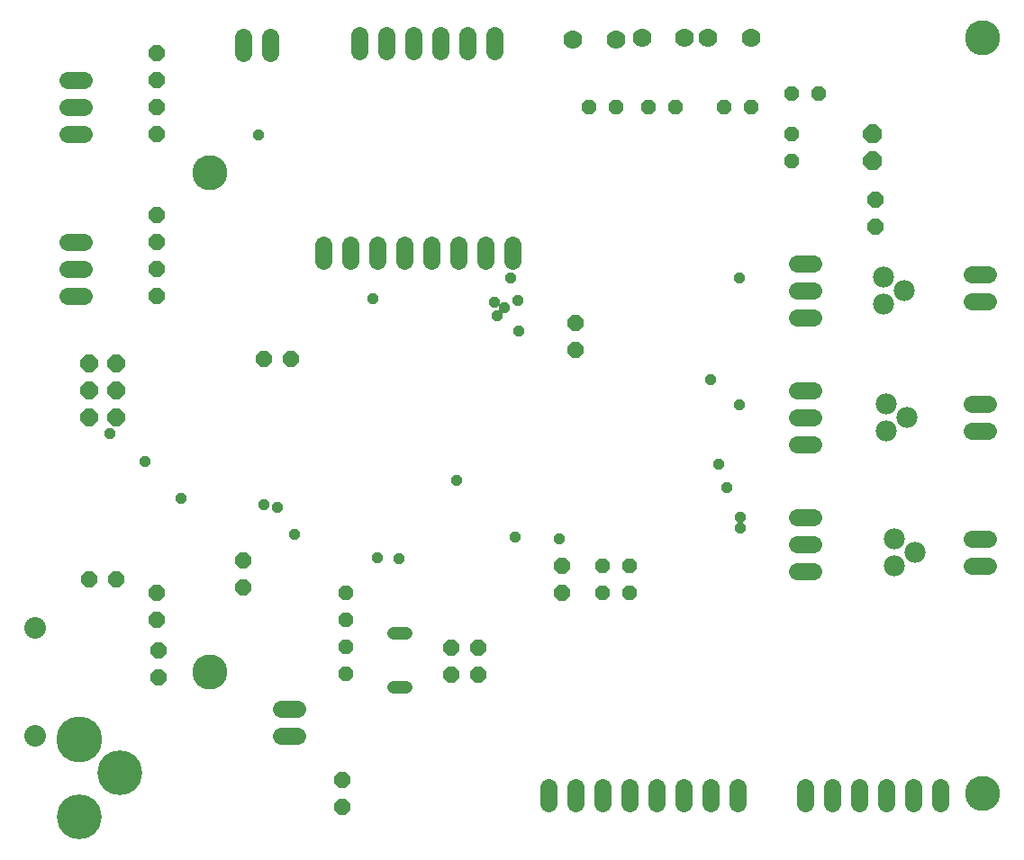
<source format=gbs>
G75*
%MOIN*%
%OFA0B0*%
%FSLAX25Y25*%
%IPPOS*%
%LPD*%
%AMOC8*
5,1,8,0,0,1.08239X$1,22.5*
%
%ADD10C,0.12998*%
%ADD11C,0.06400*%
%ADD12OC8,0.06000*%
%ADD13C,0.08000*%
%ADD14OC8,0.07000*%
%ADD15OC8,0.06400*%
%ADD16C,0.04800*%
%ADD17C,0.07800*%
%ADD18OC8,0.05600*%
%ADD19C,0.07000*%
%ADD20C,0.16998*%
%ADD21C,0.16600*%
%ADD22OC8,0.03778*%
D10*
X0083112Y0084503D03*
X0083112Y0269503D03*
X0369112Y0319503D03*
X0369112Y0039503D03*
D11*
X0353612Y0042003D02*
X0353612Y0036003D01*
X0343612Y0036003D02*
X0343612Y0042003D01*
X0333612Y0042003D02*
X0333612Y0036003D01*
X0323612Y0036003D02*
X0323612Y0042003D01*
X0313612Y0042003D02*
X0313612Y0036003D01*
X0303612Y0036003D02*
X0303612Y0042003D01*
X0278612Y0042003D02*
X0278612Y0036003D01*
X0268612Y0036003D02*
X0268612Y0042003D01*
X0258612Y0042003D02*
X0258612Y0036003D01*
X0248612Y0036003D02*
X0248612Y0042003D01*
X0238612Y0042003D02*
X0238612Y0036003D01*
X0228612Y0036003D02*
X0228612Y0042003D01*
X0218612Y0042003D02*
X0218612Y0036003D01*
X0208612Y0036003D02*
X0208612Y0042003D01*
X0115612Y0061003D02*
X0109612Y0061003D01*
X0109612Y0071003D02*
X0115612Y0071003D01*
X0036612Y0224003D02*
X0030612Y0224003D01*
X0030612Y0234003D02*
X0036612Y0234003D01*
X0036612Y0244003D02*
X0030612Y0244003D01*
X0030612Y0284003D02*
X0036612Y0284003D01*
X0036612Y0294003D02*
X0030612Y0294003D01*
X0030612Y0304003D02*
X0036612Y0304003D01*
X0095612Y0314003D02*
X0095612Y0320003D01*
X0105612Y0320003D02*
X0105612Y0314003D01*
X0138612Y0314503D02*
X0138612Y0320503D01*
X0148612Y0320503D02*
X0148612Y0314503D01*
X0158612Y0314503D02*
X0158612Y0320503D01*
X0168612Y0320503D02*
X0168612Y0314503D01*
X0178612Y0314503D02*
X0178612Y0320503D01*
X0188612Y0320503D02*
X0188612Y0314503D01*
X0185112Y0243003D02*
X0185112Y0237003D01*
X0195112Y0237003D02*
X0195112Y0243003D01*
X0175112Y0243003D02*
X0175112Y0237003D01*
X0165112Y0237003D02*
X0165112Y0243003D01*
X0155112Y0243003D02*
X0155112Y0237003D01*
X0145112Y0237003D02*
X0145112Y0243003D01*
X0135112Y0243003D02*
X0135112Y0237003D01*
X0125112Y0237003D02*
X0125112Y0243003D01*
X0300612Y0236003D02*
X0306612Y0236003D01*
X0306612Y0226003D02*
X0300612Y0226003D01*
X0300612Y0216003D02*
X0306612Y0216003D01*
X0306612Y0189003D02*
X0300612Y0189003D01*
X0300612Y0179003D02*
X0306612Y0179003D01*
X0306612Y0169003D02*
X0300612Y0169003D01*
X0300612Y0142003D02*
X0306612Y0142003D01*
X0306612Y0132003D02*
X0300612Y0132003D01*
X0300612Y0122003D02*
X0306612Y0122003D01*
X0365112Y0124003D02*
X0371112Y0124003D01*
X0371112Y0134003D02*
X0365112Y0134003D01*
X0365112Y0174003D02*
X0371112Y0174003D01*
X0371112Y0184003D02*
X0365112Y0184003D01*
X0365112Y0222003D02*
X0371112Y0222003D01*
X0371112Y0232003D02*
X0365112Y0232003D01*
D12*
X0329612Y0249503D03*
X0329612Y0259503D03*
X0218612Y0214003D03*
X0218612Y0204003D03*
X0213612Y0124003D03*
X0213612Y0114003D03*
X0182612Y0093503D03*
X0172612Y0093503D03*
X0172612Y0083503D03*
X0182612Y0083503D03*
X0132112Y0044503D03*
X0132112Y0034503D03*
X0064112Y0082503D03*
X0064112Y0092503D03*
X0063612Y0104003D03*
X0063612Y0114003D03*
X0048612Y0119003D03*
X0038612Y0119003D03*
X0095612Y0116003D03*
X0095612Y0126003D03*
X0103112Y0200503D03*
X0113112Y0200503D03*
X0063612Y0224003D03*
X0063612Y0234003D03*
X0063612Y0244003D03*
X0063612Y0254003D03*
X0063612Y0284003D03*
X0063612Y0294003D03*
X0063612Y0304003D03*
X0063612Y0314003D03*
D13*
X0018612Y0101003D03*
X0018612Y0061003D03*
D14*
X0328612Y0274003D03*
X0328612Y0284003D03*
D15*
X0048612Y0199003D03*
X0038612Y0199003D03*
X0038612Y0189003D03*
X0048612Y0189003D03*
X0048612Y0179003D03*
X0038612Y0179003D03*
D16*
X0151412Y0099003D02*
X0155812Y0099003D01*
X0155812Y0079003D02*
X0151412Y0079003D01*
D17*
X0332612Y0221003D03*
X0340112Y0226003D03*
X0332612Y0231003D03*
X0333612Y0184003D03*
X0341112Y0179003D03*
X0333612Y0174003D03*
X0336612Y0134003D03*
X0344112Y0129003D03*
X0336612Y0124003D03*
D18*
X0238612Y0124003D03*
X0238612Y0114003D03*
X0228612Y0114003D03*
X0228612Y0124003D03*
X0133612Y0114003D03*
X0133612Y0104003D03*
X0133612Y0094003D03*
X0133612Y0084003D03*
X0298612Y0274003D03*
X0298612Y0284003D03*
X0283612Y0294003D03*
X0273612Y0294003D03*
X0255612Y0294003D03*
X0245612Y0294003D03*
X0233612Y0294003D03*
X0223612Y0294003D03*
X0298612Y0299003D03*
X0308612Y0299003D03*
D19*
X0283486Y0319503D03*
X0267738Y0319503D03*
X0258986Y0319503D03*
X0243238Y0319503D03*
X0233486Y0319003D03*
X0217738Y0319003D03*
D20*
X0034944Y0059637D03*
D21*
X0035044Y0030815D03*
X0049753Y0047126D03*
D22*
X0145112Y0127003D03*
X0153112Y0126503D03*
X0174612Y0155503D03*
X0196112Y0134503D03*
X0212612Y0134003D03*
X0271432Y0161503D03*
X0274612Y0153003D03*
X0279612Y0142003D03*
X0279433Y0138035D03*
X0279332Y0183503D03*
X0268612Y0192824D03*
X0279332Y0230503D03*
X0197112Y0222324D03*
X0192112Y0219503D03*
X0189554Y0216448D03*
X0188556Y0221559D03*
X0194577Y0230573D03*
X0197612Y0211003D03*
X0143612Y0222824D03*
X0101112Y0283503D03*
X0046112Y0173003D03*
X0059112Y0162503D03*
X0072612Y0149003D03*
X0103112Y0146503D03*
X0108112Y0145503D03*
X0114612Y0135503D03*
M02*

</source>
